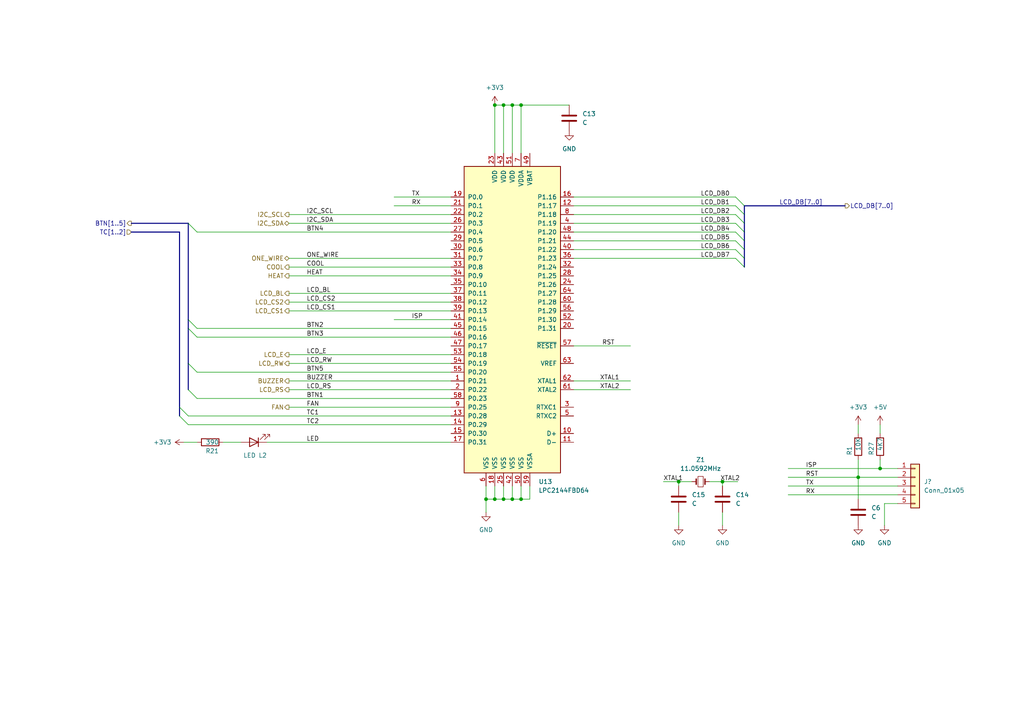
<source format=kicad_sch>
(kicad_sch (version 20211123) (generator eeschema)
  (paper "A4")
  (lib_symbols
    (symbol "Connector_Generic:Conn_01x05" (pin_names (offset 1.016) hide)
      (property "Reference" "J" (at 0 7.62 0))
      (property "Value" "Conn_01x05" (at 0 -7.62 0))
      (symbol "Conn_01x05_1_1"
        (rectangle (start -1.27 -4.953) (end 0 -5.207) (stroke (width 0.1524)))
        (rectangle (start -1.27 -2.413) (end 0 -2.667) (stroke (width 0.1524)))
        (rectangle (start -1.27 0.127) (end 0 -0.127) (stroke (width 0.1524)))
        (rectangle (start -1.27 2.667) (end 0 2.413) (stroke (width 0.1524)))
        (rectangle (start -1.27 5.207) (end 0 4.953) (stroke (width 0.1524)))
        (rectangle (start -1.27 6.35) (end 1.27 -6.35) (stroke (width 0.254)) (fill (type background)))
        (pin passive line (at -5.08 5.08 0) (length 3.81) (name "Pin_1") (number "1"))
        (pin passive line (at -5.08 2.54 0) (length 3.81) (name "Pin_2") (number "2"))
        (pin passive line (at -5.08 0 0) (length 3.81) (name "Pin_3") (number "3"))
        (pin passive line (at -5.08 -2.54 0) (length 3.81) (name "Pin_4") (number "4"))
        (pin passive line (at -5.08 -5.08 0) (length 3.81) (name "Pin_5") (number "5"))
      )
    )
    (symbol "Device:C" (pin_numbers hide) (pin_names (offset 0.254))
      (property "Reference" "C" (at 0.635 2.54 0))
      (property "Value" "C" (at 0.635 -2.54 0))
      (symbol "C_0_1"
        (polyline (pts (xy -2.032 -0.762) (xy 2.032 -0.762)) (stroke (width 0.508)))
        (polyline (pts (xy -2.032 0.762) (xy 2.032 0.762)) (stroke (width 0.508)))
      )
      (symbol "C_1_1"
        (pin passive line (at 0 3.81 270) (length 2.794) (name "~") (number "1"))
        (pin passive line (at 0 -3.81 90) (length 2.794) (name "~") (number "2"))
      )
    )
    (symbol "Device:Crystal_Small" (pin_numbers hide) (pin_names (offset 1.016) hide)
      (property "Reference" "Y" (at 0 2.54 0))
      (property "Value" "Crystal_Small" (at 0 -2.54 0))
      (symbol "Crystal_Small_0_1"
        (rectangle (start -0.762 -1.524) (end 0.762 1.524))
        (polyline (pts (xy -1.27 -0.762) (xy -1.27 0.762)) (stroke (width 0.381)))
        (polyline (pts (xy 1.27 -0.762) (xy 1.27 0.762)) (stroke (width 0.381)))
      )
      (symbol "Crystal_Small_1_1"
        (pin passive line (at -2.54 0 0) (length 1.27) (name "1") (number "1"))
        (pin passive line (at 2.54 0 180) (length 1.27) (name "2") (number "2"))
      )
    )
    (symbol "Device:LED" (pin_numbers hide) (pin_names (offset 1.016) hide)
      (property "Reference" "D" (at 0 2.54 0))
      (property "Value" "LED" (at 0 -2.54 0))
      (symbol "LED_0_1"
        (polyline (pts (xy -1.27 -1.27) (xy -1.27 1.27)) (stroke (width 0.254)))
        (polyline (pts (xy -1.27 0) (xy 1.27 0)))
        (polyline (pts (xy 1.27 -1.27) (xy 1.27 1.27) (xy -1.27 0) (xy 1.27 -1.27)) (stroke (width 0.254)))
        (polyline (pts (xy -3.048 -0.762) (xy -4.572 -2.286) (xy -3.81 -2.286) (xy -4.572 -2.286) (xy -4.572 -1.524)))
        (polyline (pts (xy -1.778 -0.762) (xy -3.302 -2.286) (xy -2.54 -2.286) (xy -3.302 -2.286) (xy -3.302 -1.524)))
      )
      (symbol "LED_1_1"
        (pin passive line (at -3.81 0 0) (length 2.54) (name "K") (number "1"))
        (pin passive line (at 3.81 0 180) (length 2.54) (name "A") (number "2"))
      )
    )
    (symbol "Device:R" (pin_numbers hide) (pin_names (offset 0))
      (property "Reference" "R" (at 2.032 0 90))
      (property "Value" "R" (at 0 0 90))
      (symbol "R_0_1"
        (rectangle (start -1.016 -2.54) (end 1.016 2.54) (stroke (width 0.254)))
      )
      (symbol "R_1_1"
        (pin passive line (at 0 3.81 270) (length 1.27) (name "~") (number "1"))
        (pin passive line (at 0 -3.81 90) (length 1.27) (name "~") (number "2"))
      )
    )
    (symbol "MCU_NXP_LPC:LPC2144FBD64" (pin_names (offset 1.016))
      (property "Reference" "U" (at -12.7 46.99 0))
      (property "Value" "LPC2144FBD64" (at 13.97 46.99 0))
      (symbol "LPC2144FBD64_0_1"
        (rectangle (start 13.97 44.45) (end -13.97 -44.45) (stroke (width 0.254)) (fill (type background)))
      )
      (symbol "LPC2144FBD64_1_1"
        (pin bidirectional line (at -17.78 -17.78 0) (length 3.81) (name "P0.21") (number "1"))
        (pin bidirectional line (at 17.78 -33.02 180) (length 3.81) (name "D+") (number "10"))
        (pin bidirectional line (at 17.78 -35.56 180) (length 3.81) (name "D-") (number "11"))
        (pin bidirectional line (at 17.78 33.02 180) (length 3.81) (name "P1.17") (number "12"))
        (pin bidirectional line (at -17.78 -27.94 0) (length 3.81) (name "P0.28") (number "13"))
        (pin bidirectional line (at -17.78 -30.48 0) (length 3.81) (name "P0.29") (number "14"))
        (pin bidirectional line (at -17.78 -33.02 0) (length 3.81) (name "P0.30") (number "15"))
        (pin bidirectional line (at 17.78 35.56 180) (length 3.81) (name "P1.16") (number "16"))
        (pin output line (at -17.78 -35.56 0) (length 3.81) (name "P0.31") (number "17"))
        (pin power_in line (at -5.08 -48.26 90) (length 3.81) (name "VSS") (number "18"))
        (pin bidirectional line (at -17.78 35.56 0) (length 3.81) (name "P0.0") (number "19"))
        (pin bidirectional line (at -17.78 -20.32 0) (length 3.81) (name "P0.22") (number "2"))
        (pin bidirectional line (at 17.78 -2.54 180) (length 3.81) (name "P1.31") (number "20"))
        (pin bidirectional line (at -17.78 33.02 0) (length 3.81) (name "P0.1") (number "21"))
        (pin bidirectional line (at -17.78 30.48 0) (length 3.81) (name "P0.2") (number "22"))
        (pin power_in line (at -5.08 48.26 270) (length 3.81) (name "VDD") (number "23"))
        (pin bidirectional line (at 17.78 10.16 180) (length 3.81) (name "P1.26") (number "24"))
        (pin power_in line (at -2.54 -48.26 90) (length 3.81) (name "VSS") (number "25"))
        (pin bidirectional line (at -17.78 27.94 0) (length 3.81) (name "P0.3") (number "26"))
        (pin bidirectional line (at -17.78 25.4 0) (length 3.81) (name "P0.4") (number "27"))
        (pin bidirectional line (at 17.78 12.7 180) (length 3.81) (name "P1.25") (number "28"))
        (pin bidirectional line (at -17.78 22.86 0) (length 3.81) (name "P0.5") (number "29"))
        (pin input line (at 17.78 -25.4 180) (length 3.81) (name "RTXC1") (number "3"))
        (pin bidirectional line (at -17.78 20.32 0) (length 3.81) (name "P0.6") (number "30"))
        (pin bidirectional line (at -17.78 17.78 0) (length 3.81) (name "P0.7") (number "31"))
        (pin bidirectional line (at 17.78 15.24 180) (length 3.81) (name "P1.24") (number "32"))
        (pin bidirectional line (at -17.78 15.24 0) (length 3.81) (name "P0.8") (number "33"))
        (pin bidirectional line (at -17.78 12.7 0) (length 3.81) (name "P0.9") (number "34"))
        (pin bidirectional line (at -17.78 10.16 0) (length 3.81) (name "P0.10") (number "35"))
        (pin bidirectional line (at 17.78 17.78 180) (length 3.81) (name "P1.23") (number "36"))
        (pin bidirectional line (at -17.78 7.62 0) (length 3.81) (name "P0.11") (number "37"))
        (pin bidirectional line (at -17.78 5.08 0) (length 3.81) (name "P0.12") (number "38"))
        (pin bidirectional line (at -17.78 2.54 0) (length 3.81) (name "P0.13") (number "39"))
        (pin bidirectional line (at 17.78 27.94 180) (length 3.81) (name "P1.19") (number "4"))
        (pin bidirectional line (at 17.78 20.32 180) (length 3.81) (name "P1.22") (number "40"))
        (pin bidirectional line (at -17.78 0 0) (length 3.81) (name "P0.14") (number "41"))
        (pin power_in line (at 0 -48.26 90) (length 3.81) (name "VSS") (number "42"))
        (pin power_in line (at -2.54 48.26 270) (length 3.81) (name "VDD") (number "43"))
        (pin bidirectional line (at 17.78 22.86 180) (length 3.81) (name "P1.21") (number "44"))
        (pin bidirectional line (at -17.78 -2.54 0) (length 3.81) (name "P0.15") (number "45"))
        (pin bidirectional line (at -17.78 -5.08 0) (length 3.81) (name "P0.16") (number "46"))
        (pin bidirectional line (at -17.78 -7.62 0) (length 3.81) (name "P0.17") (number "47"))
        (pin bidirectional line (at 17.78 25.4 180) (length 3.81) (name "P1.20") (number "48"))
        (pin power_in line (at 5.08 48.26 270) (length 3.81) (name "VBAT") (number "49"))
        (pin output line (at 17.78 -27.94 180) (length 3.81) (name "RTXC2") (number "5"))
        (pin power_in line (at 2.54 -48.26 90) (length 3.81) (name "VSS") (number "50"))
        (pin power_in line (at 0 48.26 270) (length 3.81) (name "VDD") (number "51"))
        (pin bidirectional line (at 17.78 0 180) (length 3.81) (name "P1.30") (number "52"))
        (pin bidirectional line (at -17.78 -10.16 0) (length 3.81) (name "P0.18") (number "53"))
        (pin bidirectional line (at -17.78 -12.7 0) (length 3.81) (name "P0.19") (number "54"))
        (pin bidirectional line (at -17.78 -15.24 0) (length 3.81) (name "P0.20") (number "55"))
        (pin bidirectional line (at 17.78 2.54 180) (length 3.81) (name "P1.29") (number "56"))
        (pin input line (at 17.78 -7.62 180) (length 3.81) (name "~{RESET}") (number "57"))
        (pin bidirectional line (at -17.78 -22.86 0) (length 3.81) (name "P0.23") (number "58"))
        (pin power_in line (at 5.08 -48.26 90) (length 3.81) (name "VSSA") (number "59"))
        (pin power_in line (at -7.62 -48.26 90) (length 3.81) (name "VSS") (number "6"))
        (pin bidirectional line (at 17.78 5.08 180) (length 3.81) (name "P1.28") (number "60"))
        (pin output line (at 17.78 -20.32 180) (length 3.81) (name "XTAL2") (number "61"))
        (pin input line (at 17.78 -17.78 180) (length 3.81) (name "XTAL1") (number "62"))
        (pin input line (at 17.78 -12.7 180) (length 3.81) (name "VREF") (number "63"))
        (pin bidirectional line (at 17.78 7.62 180) (length 3.81) (name "P1.27") (number "64"))
        (pin power_in line (at 2.54 48.26 270) (length 3.81) (name "VDDA") (number "7"))
        (pin bidirectional line (at 17.78 30.48 180) (length 3.81) (name "P1.18") (number "8"))
        (pin bidirectional line (at -17.78 -25.4 0) (length 3.81) (name "P0.25") (number "9"))
      )
    )
    (symbol "power:+3.3V" (power) (pin_names (offset 0))
      (property "Value" "+3.3V" (at 0 3.556 0))
      (symbol "+3.3V_0_1"
        (polyline (pts (xy -0.762 1.27) (xy 0 2.54)))
        (polyline (pts (xy 0 0) (xy 0 2.54)))
        (polyline (pts (xy 0 2.54) (xy 0.762 1.27)))
      )
      (symbol "+3.3V_1_1"
        (pin power_in line (at 0 0 90) (length 0) hide (name "+3V3") (number "1"))
      )
    )
    (symbol "power:+5V" (power) (pin_names (offset 0))
      (property "Value" "+5V" (at 0 3.556 0))
      (symbol "+5V_0_1"
        (polyline (pts (xy -0.762 1.27) (xy 0 2.54)))
        (polyline (pts (xy 0 0) (xy 0 2.54)))
        (polyline (pts (xy 0 2.54) (xy 0.762 1.27)))
      )
      (symbol "+5V_1_1"
        (pin power_in line (at 0 0 90) (length 0) hide (name "+5V") (number "1"))
      )
    )
    (symbol "power:GND" (power) (pin_names (offset 0))
      (property "Value" "GND" (at 0 -3.81 0))
      (symbol "GND_0_1"
        (polyline (pts (xy 0 0) (xy 0 -1.27) (xy 1.27 -1.27) (xy 0 -2.54) (xy -1.27 -1.27) (xy 0 -1.27)))
      )
      (symbol "GND_1_1"
        (pin power_in line (at 0 0 270) (length 0) hide (name "GND") (number "1"))
      )
    )
  )
  (junction (at 148.59 30.48))
  (junction (at 255.27 135.89))
  (junction (at 148.59 144.78))
  (junction (at 143.51 144.78))
  (junction (at 196.85 139.7))
  (junction (at 143.51 30.48))
  (junction (at 209.55 139.7))
  (junction (at 146.05 144.78))
  (junction (at 140.97 144.78))
  (junction (at 146.05 30.48))
  (junction (at 151.13 30.48))
  (junction (at 151.13 144.78))
  (junction (at 248.92 138.43))
  (bus_entry (at 213.36 62.23) (size 2.54 2.54))
  (bus_entry (at 213.36 64.77) (size 2.54 2.54))
  (bus_entry (at 213.36 67.31) (size 2.54 2.54))
  (bus_entry (at 213.36 72.39) (size 2.54 2.54))
  (bus_entry (at 213.36 69.85) (size 2.54 2.54))
  (bus_entry (at 213.36 59.69) (size 2.54 2.54))
  (bus_entry (at 213.36 57.15) (size 2.54 2.54))
  (bus_entry (at 213.36 74.93) (size 2.54 2.54))
  (bus_entry (at 54.61 113.03) (size 2.54 2.54))
  (bus_entry (at 52.07 118.11) (size 2.54 2.54))
  (bus_entry (at 54.61 92.71) (size 2.54 2.54))
  (bus_entry (at 54.61 95.25) (size 2.54 2.54))
  (bus_entry (at 54.61 105.41) (size 2.54 2.54))
  (bus_entry (at 52.07 120.65) (size 2.54 2.54))
  (bus_entry (at 54.61 64.77) (size 2.54 2.54))
  (wire (pts (xy 148.59 44.45) (xy 148.59 30.48)))
  (bus (pts (xy 54.61 105.41) (xy 54.61 95.25)))
  (wire (pts (xy 209.55 139.7) (xy 213.995 139.7)))
  (wire (pts (xy 83.82 62.23) (xy 130.81 62.23)))
  (wire (pts (xy 83.82 90.17) (xy 130.81 90.17)))
  (wire (pts (xy 146.05 44.45) (xy 146.05 30.48)))
  (wire (pts (xy 182.88 100.33) (xy 166.37 100.33)))
  (wire (pts (xy 151.13 140.97) (xy 151.13 144.78)))
  (wire (pts (xy 209.55 148.59) (xy 209.55 152.4)))
  (wire (pts (xy 196.85 139.7) (xy 196.85 140.97)))
  (wire (pts (xy 83.82 80.01) (xy 130.81 80.01)))
  (bus (pts (xy 54.61 92.71) (xy 54.61 64.77)))
  (wire (pts (xy 57.15 67.31) (xy 130.81 67.31)))
  (wire (pts (xy 196.85 148.59) (xy 196.85 152.4)))
  (wire (pts (xy 148.59 144.78) (xy 151.13 144.78)))
  (wire (pts (xy 182.88 113.03) (xy 166.37 113.03)))
  (bus (pts (xy 215.9 69.85) (xy 215.9 67.31)))
  (wire (pts (xy 114.3 92.71) (xy 130.81 92.71)))
  (wire (pts (xy 213.36 67.31) (xy 166.37 67.31)))
  (wire (pts (xy 54.61 120.65) (xy 130.81 120.65)))
  (wire (pts (xy 182.88 110.49) (xy 166.37 110.49)))
  (wire (pts (xy 83.82 87.63) (xy 130.81 87.63)))
  (bus (pts (xy 215.9 77.47) (xy 215.9 74.93)))
  (bus (pts (xy 54.61 113.03) (xy 54.61 105.41)))
  (wire (pts (xy 57.15 107.95) (xy 130.81 107.95)))
  (wire (pts (xy 248.92 123.19) (xy 248.92 125.73)))
  (wire (pts (xy 140.97 144.78) (xy 140.97 140.97)))
  (wire (pts (xy 255.27 123.19) (xy 255.27 125.73)))
  (wire (pts (xy 248.92 144.78) (xy 248.92 138.43)))
  (wire (pts (xy 57.15 97.79) (xy 130.81 97.79)))
  (wire (pts (xy 213.36 69.85) (xy 166.37 69.85)))
  (wire (pts (xy 151.13 44.45) (xy 151.13 30.48)))
  (wire (pts (xy 148.59 140.97) (xy 148.59 144.78)))
  (wire (pts (xy 57.15 115.57) (xy 130.81 115.57)))
  (wire (pts (xy 228.6 140.97) (xy 260.35 140.97)))
  (wire (pts (xy 213.36 74.93) (xy 166.37 74.93)))
  (wire (pts (xy 213.36 57.15) (xy 166.37 57.15)))
  (wire (pts (xy 143.51 144.78) (xy 140.97 144.78)))
  (bus (pts (xy 215.9 74.93) (xy 215.9 72.39)))
  (bus (pts (xy 215.9 64.77) (xy 215.9 62.23)))
  (wire (pts (xy 255.27 135.89) (xy 260.35 135.89)))
  (wire (pts (xy 153.67 140.97) (xy 153.67 144.78)))
  (wire (pts (xy 77.47 128.27) (xy 130.81 128.27)))
  (wire (pts (xy 83.82 74.93) (xy 130.81 74.93)))
  (wire (pts (xy 83.82 118.11) (xy 130.81 118.11)))
  (wire (pts (xy 83.82 85.09) (xy 130.81 85.09)))
  (wire (pts (xy 114.3 59.69) (xy 130.81 59.69)))
  (wire (pts (xy 248.92 133.35) (xy 248.92 138.43)))
  (bus (pts (xy 54.61 64.77) (xy 38.1 64.77)))
  (wire (pts (xy 151.13 144.78) (xy 153.67 144.78)))
  (wire (pts (xy 143.51 30.48) (xy 143.51 44.45)))
  (wire (pts (xy 213.36 59.69) (xy 166.37 59.69)))
  (wire (pts (xy 83.82 110.49) (xy 130.81 110.49)))
  (wire (pts (xy 228.6 135.89) (xy 255.27 135.89)))
  (wire (pts (xy 146.05 30.48) (xy 143.51 30.48)))
  (wire (pts (xy 53.34 128.27) (xy 57.15 128.27)))
  (wire (pts (xy 228.6 143.51) (xy 260.35 143.51)))
  (wire (pts (xy 57.15 95.25) (xy 130.81 95.25)))
  (wire (pts (xy 148.59 30.48) (xy 146.05 30.48)))
  (wire (pts (xy 83.82 64.77) (xy 130.81 64.77)))
  (wire (pts (xy 213.36 62.23) (xy 166.37 62.23)))
  (wire (pts (xy 260.35 146.05) (xy 256.54 146.05)))
  (wire (pts (xy 83.82 105.41) (xy 130.81 105.41)))
  (wire (pts (xy 54.61 123.19) (xy 130.81 123.19)))
  (wire (pts (xy 248.92 138.43) (xy 260.35 138.43)))
  (bus (pts (xy 52.07 118.11) (xy 52.07 67.31)))
  (wire (pts (xy 213.36 72.39) (xy 166.37 72.39)))
  (wire (pts (xy 143.51 144.78) (xy 146.05 144.78)))
  (wire (pts (xy 151.13 30.48) (xy 165.1 30.48)))
  (bus (pts (xy 54.61 95.25) (xy 54.61 92.71)))
  (wire (pts (xy 205.74 139.7) (xy 209.55 139.7)))
  (wire (pts (xy 143.51 140.97) (xy 143.51 144.78)))
  (bus (pts (xy 52.07 120.65) (xy 52.07 118.11)))
  (bus (pts (xy 38.1 67.31) (xy 52.07 67.31)))
  (wire (pts (xy 146.05 140.97) (xy 146.05 144.78)))
  (wire (pts (xy 200.66 139.7) (xy 196.85 139.7)))
  (wire (pts (xy 228.6 138.43) (xy 248.92 138.43)))
  (bus (pts (xy 215.9 62.23) (xy 215.9 59.69)))
  (wire (pts (xy 114.3 57.15) (xy 130.81 57.15)))
  (wire (pts (xy 255.27 133.35) (xy 255.27 135.89)))
  (wire (pts (xy 140.97 144.78) (xy 140.97 148.59)))
  (wire (pts (xy 83.82 77.47) (xy 130.81 77.47)))
  (wire (pts (xy 209.55 139.7) (xy 209.55 140.97)))
  (bus (pts (xy 215.9 72.39) (xy 215.9 69.85)))
  (wire (pts (xy 151.13 30.48) (xy 148.59 30.48)))
  (wire (pts (xy 83.82 102.87) (xy 130.81 102.87)))
  (wire (pts (xy 64.77 128.27) (xy 69.85 128.27)))
  (wire (pts (xy 192.405 139.7) (xy 196.85 139.7)))
  (wire (pts (xy 83.82 113.03) (xy 130.81 113.03)))
  (wire (pts (xy 146.05 144.78) (xy 148.59 144.78)))
  (bus (pts (xy 215.9 59.69) (xy 245.11 59.69)))
  (wire (pts (xy 256.54 146.05) (xy 256.54 152.4)))
  (wire (pts (xy 213.36 64.77) (xy 166.37 64.77)))
  (bus (pts (xy 215.9 67.31) (xy 215.9 64.77)))
  (label "HEAT" (at 88.9 80.01 0))
  (label "LCD_DB0" (at 203.2 57.15 0))
  (label "LCD_DB[7..0]" (at 226.0211 59.69 0))
  (label "ONE_WIRE" (at 88.9 74.93 0))
  (label "LCD_CS1" (at 88.9 90.17 0))
  (label "XTAL1" (at 173.99 110.49 0))
  (label "LCD_DB1" (at 203.2 59.69 0))
  (label "XTAL1" (at 192.405 139.7 0))
  (label "BTN5" (at 88.9 107.95 0))
  (label "LCD_DB7" (at 203.2 74.93 0))
  (label "BTN2" (at 88.9 95.25 0))
  (label "RST" (at 233.68 138.43 0))
  (label "LCD_DB4" (at 203.2 67.31 0))
  (label "RST" (at 174.625 100.33 0))
  (label "RX" (at 233.68 143.51 0))
  (label "LCD_DB6" (at 203.2 72.39 0))
  (label "LED" (at 88.9 128.27 0))
  (label "BTN3" (at 88.9 97.79 0))
  (label "LCD_DB2" (at 203.2 62.23 0))
  (label "LCD_DB3" (at 203.2 64.77 0))
  (label "TC1" (at 88.9 120.65 0))
  (label "LCD_BL" (at 88.9 85.09 0))
  (label "LCD_RS" (at 88.9 113.03 0))
  (label "TX" (at 119.38 57.15 0))
  (label "BTN4" (at 88.9 67.31 0))
  (label "XTAL2" (at 208.915 139.7 0))
  (label "RX" (at 119.38 59.69 0))
  (label "ISP" (at 119.38 92.71 0))
  (label "ISP" (at 233.68 135.89 0))
  (label "LCD_RW" (at 88.9 105.41 0))
  (label "I2C_SCL" (at 88.9 62.23 0))
  (label "FAN" (at 88.9 118.11 0))
  (label "TC2" (at 88.9 123.19 0))
  (label "LCD_DB5" (at 203.2 69.85 0))
  (label "XTAL2" (at 173.99 113.03 0))
  (label "COOL" (at 88.9 77.47 0))
  (label "I2C_SDA" (at 88.9 64.77 0))
  (label "BUZZER" (at 88.9 110.49 0))
  (label "BTN1" (at 88.9 115.57 0))
  (label "LCD_E" (at 88.9 102.87 0))
  (label "LCD_CS2" (at 88.9 87.63 0))
  (label "TX" (at 233.68 140.97 0))
  (hierarchical_label "BUZZER" (shape output) (at 83.82 110.49 180))
  (hierarchical_label "I2C_SDA" (shape bidirectional) (at 83.82 64.77 180))
  (hierarchical_label "LCD_E" (shape output) (at 83.82 102.87 180))
  (hierarchical_label "LCD_RW" (shape output) (at 83.82 105.41 180))
  (hierarchical_label "ONE_WIRE" (shape bidirectional) (at 83.82 74.93 180))
  (hierarchical_label "I2C_SCL" (shape output) (at 83.82 62.23 180))
  (hierarchical_label "LCD_BL" (shape output) (at 83.82 85.09 180))
  (hierarchical_label "COOL" (shape output) (at 83.82 77.47 180))
  (hierarchical_label "LCD_CS1" (shape output) (at 83.82 90.17 180))
  (hierarchical_label "FAN" (shape output) (at 83.82 118.11 180))
  (hierarchical_label "LCD_RS" (shape output) (at 83.82 113.03 180))
  (hierarchical_label "LCD_DB[7..0]" (shape output) (at 245.11 59.69 0))
  (hierarchical_label "HEAT" (shape output) (at 83.82 80.01 180))
  (hierarchical_label "BTN[1..5]" (shape output) (at 38.1 64.77 180))
  (hierarchical_label "LCD_CS2" (shape output) (at 83.82 87.63 180))
  (hierarchical_label "TC[1..2]" (shape input) (at 38.1 67.31 180))
  (symbol (lib_id "Device:C") (at 209.55 144.78 0) (unit 1)
    (property "Reference" "C14" (at 213.36 143.5099 0) (effects (justify left)))
    (property "Value" "C" (at 213.36 146.0499 0) (effects (justify left)))
  )
  (symbol (lib_id "Device:R") (at 248.92 129.54 0) (unit 1)
    (property "Reference" "R1" (at 246.38 132.08 90) (effects (justify left)))
    (property "Value" "10K" (at 248.92 130.81 90) (effects (justify left)))
  )
  (symbol (lib_id "power:GND") (at 140.97 148.59 0) (unit 1)
    (property "Reference" "#PWR?" (effects hide))
    (property "Value" "GND" (at 140.97 153.67 0))
  )
  (symbol (lib_id "Device:R") (at 60.96 128.27 90) (unit 1)
    (property "Reference" "R21" (at 63.5 130.81 90) (effects (justify left)))
    (property "Value" "390" (at 63.5 128.27 90) (effects (justify left)))
  )
  (symbol (lib_id "MCU_NXP_LPC:LPC2144FBD64") (at 148.59 92.71 0) (unit 1)
    (property "Reference" "U13" (at 156.21 139.7 0) (effects (justify left)))
    (property "Value" "LPC2144FBD64" (at 156.21 142.24 0) (effects (justify left)))
    (property "Footprint" "Package_QFP:LQFP-64_10x10mm_P0.5mm" (effects hide))
    (property "Datasheet" "http://www.nxp.com/documents/data_sheet/LPC2141_42_44_46_48.pdf" (effects hide))
  )
  (symbol (lib_id "Device:LED") (at 73.66 128.27 180) (unit 1)
    (property "Reference" "L2" (at 76.2 132.08 0))
    (property "Value" "LED" (at 72.39 132.08 0))
  )
  (symbol (lib_id "power:GND") (at 165.1 38.1 0) (unit 1)
    (property "Reference" "#PWR?" (effects hide))
    (property "Value" "GND" (at 165.1 43.18 0))
  )
  (symbol (lib_id "power:+5V") (at 255.27 123.19 0) (unit 1)
    (property "Reference" "#PWR?" (effects hide))
    (property "Value" "+5V" (at 255.27 118.11 0))
  )
  (symbol (lib_id "Device:C") (at 165.1 34.29 0) (unit 1)
    (property "Reference" "C13" (at 168.91 33.0199 0) (effects (justify left)))
    (property "Value" "C" (at 168.91 35.5599 0) (effects (justify left)))
  )
  (symbol (lib_id "Device:Crystal_Small") (at 203.2 139.7 180) (unit 1)
    (property "Reference" "Z1" (at 203.2 133.35 0))
    (property "Value" "11.0592MHz" (at 203.2 135.89 0))
  )
  (symbol (lib_id "Connector_Generic:Conn_01x05") (at 265.43 140.97 0) (unit 1)
    (property "Reference" "J?" (at 267.97 139.6999 0) (effects (justify left)))
    (property "Value" "Conn_01x05" (at 267.97 142.2399 0) (effects (justify left)))
  )
  (symbol (lib_id "Device:C") (at 196.85 144.78 0) (unit 1)
    (property "Reference" "C15" (at 200.66 143.5099 0) (effects (justify left)))
    (property "Value" "C" (at 200.66 146.0499 0) (effects (justify left)))
  )
  (symbol (lib_id "power:GND") (at 256.54 152.4 0) (unit 1)
    (property "Reference" "#PWR?" (effects hide))
    (property "Value" "GND" (at 256.54 157.48 0))
  )
  (symbol (lib_id "power:GND") (at 248.92 152.4 0) (unit 1)
    (property "Reference" "#PWR?" (effects hide))
    (property "Value" "GND" (at 248.92 157.48 0))
  )
  (symbol (lib_id "power:+3.3V") (at 53.34 128.27 90) (unit 1)
    (property "Reference" "#PWR?" (effects hide))
    (property "Value" "+3.3V" (at 44.45 128.27 90) (effects (justify right)))
  )
  (symbol (lib_id "Device:R") (at 255.27 129.54 0) (unit 1)
    (property "Reference" "R27" (at 252.73 132.08 90) (effects (justify left)))
    (property "Value" "4K7" (at 255.27 130.81 90) (effects (justify left)))
  )
  (symbol (lib_id "power:+3.3V") (at 248.92 123.19 0) (unit 1)
    (property "Reference" "#PWR?" (effects hide))
    (property "Value" "+3.3V" (at 248.92 118.11 0))
  )
  (symbol (lib_id "Device:C") (at 248.92 148.59 0) (unit 1)
    (property "Reference" "C6" (at 252.73 147.3199 0) (effects (justify left)))
    (property "Value" "C" (at 252.73 149.8599 0) (effects (justify left)))
  )
  (symbol (lib_id "power:GND") (at 196.85 152.4 0) (unit 1)
    (property "Reference" "#PWR?" (effects hide))
    (property "Value" "GND" (at 196.85 157.48 0))
  )
  (symbol (lib_id "power:+3.3V") (at 143.51 30.48 0) (unit 1)
    (property "Reference" "#PWR?" (effects hide))
    (property "Value" "+3.3V" (at 143.51 25.4 0))
  )
  (symbol (lib_id "power:GND") (at 209.55 152.4 0) (unit 1)
    (property "Reference" "#PWR?" (effects hide))
    (property "Value" "GND" (at 209.55 157.48 0))
  )
)
</source>
